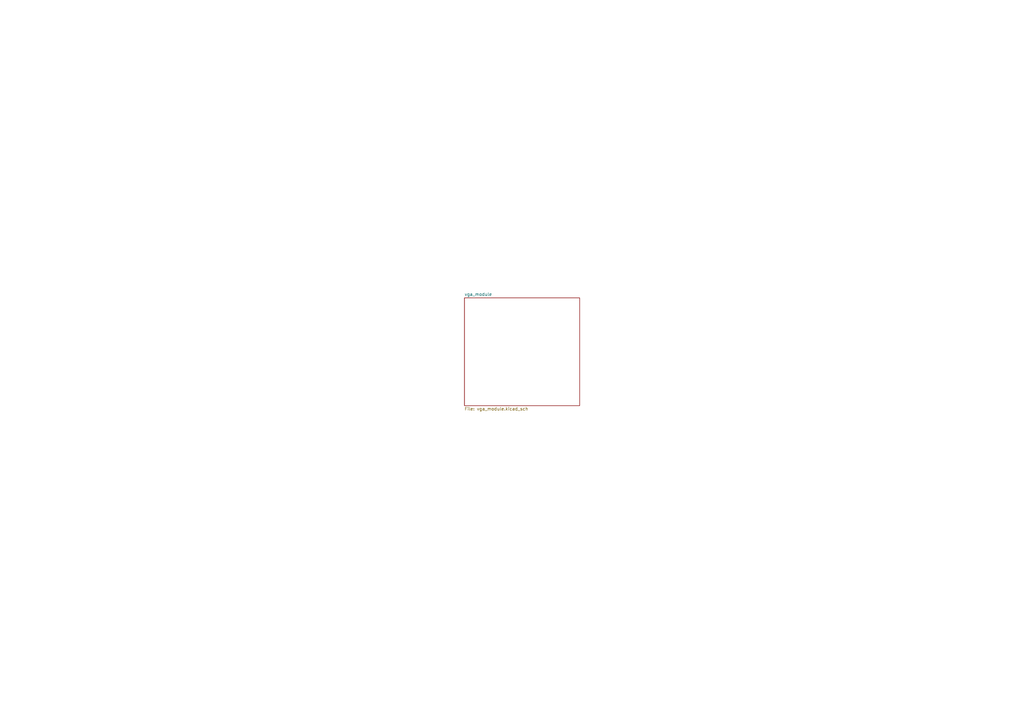
<source format=kicad_sch>
(kicad_sch
	(version 20231120)
	(generator "eeschema")
	(generator_version "8.0")
	(uuid "41c3c2d3-bf75-4b92-af13-15a2bece5929")
	(paper "A3")
	(lib_symbols)
	(sheet
		(at 190.5 122.174)
		(size 47.244 44.196)
		(fields_autoplaced yes)
		(stroke
			(width 0.1524)
			(type solid)
		)
		(fill
			(color 0 0 0 0.0000)
		)
		(uuid "5ca10587-b9c0-419c-a11d-abfc67c78ea3")
		(property "Sheetname" "vga_module"
			(at 190.5 121.4624 0)
			(effects
				(font
					(size 1.27 1.27)
				)
				(justify left bottom)
			)
		)
		(property "Sheetfile" "vga_module.kicad_sch"
			(at 190.5 166.9546 0)
			(effects
				(font
					(size 1.27 1.27)
				)
				(justify left top)
			)
		)
		(instances
			(project "dd8_computer"
				(path "/41c3c2d3-bf75-4b92-af13-15a2bece5929"
					(page "2")
				)
			)
		)
	)
	(sheet_instances
		(path "/"
			(page "1")
		)
	)
)

</source>
